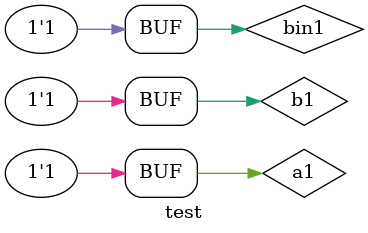
<source format=v>
/* 
 * Do not change Module name 
*/
module fullsub(a,b,bin,borr,diff);
    output borr,diff;
    input a,b,bin;
    assign borr=~a&bin|~a&b|b&bin;
    assign diff=(a^b)^bin;
endmodule
module test;
    reg a1,b1,bin1;
    wire borr1,diff1;
    fullsub h1(a1,b1,bin1,borr1,diff1);
    initial begin
        $display("a\tb\tbin\tdiff\tborr");
        $monitor("%b\t%b\t%b\t%b\t%b",a1,b1,bin1,diff1,borr1);
        a1=0;b1=0;bin1=0;
        #10
        a1=0;b1=0;bin1=1;
        #10
        a1=0;b1=1;bin1=0;
        #10
        a1=0;b1=1;bin1=1;
        #10
        a1=1;b1=0;bin1=0;
        #10
        a1=1;b1=0;bin1=1;
        #10
        a1=1;b1=1;bin1=0;
        #10
        a1=1;b1=1;bin1=1;
        
    end
endmodule
</source>
